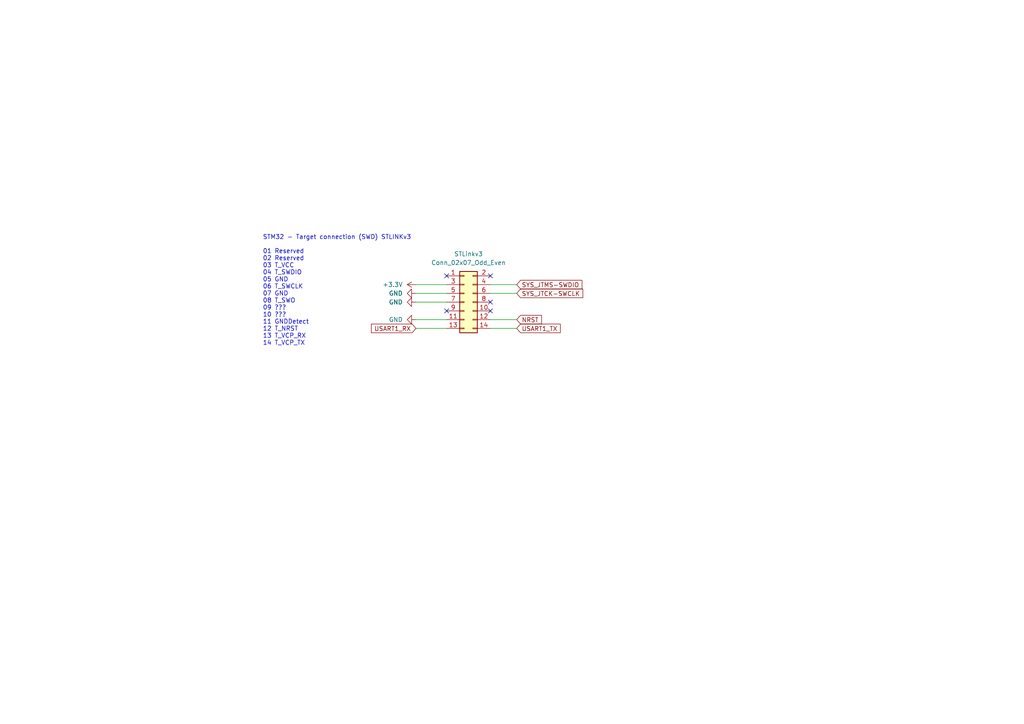
<source format=kicad_sch>
(kicad_sch (version 20211123) (generator eeschema)
  (paper "A4")
  (lib_symbols
    (symbol "Connector_Generic:Conn_02x07_Odd_Even" (pin_names (offset 1.016) hide)
      (property "Reference" "J" (at 1.27 10.16 0))
      (property "Value" "Conn_02x07_Odd_Even" (at 1.27 -10.16 0))
      (symbol "Conn_02x07_Odd_Even_1_1"
        (rectangle (start -1.27 -7.493) (end 0 -7.747) (stroke (width 0.1524)))
        (rectangle (start -1.27 -4.953) (end 0 -5.207) (stroke (width 0.1524)))
        (rectangle (start -1.27 -2.413) (end 0 -2.667) (stroke (width 0.1524)))
        (rectangle (start -1.27 0.127) (end 0 -0.127) (stroke (width 0.1524)))
        (rectangle (start -1.27 2.667) (end 0 2.413) (stroke (width 0.1524)))
        (rectangle (start -1.27 5.207) (end 0 4.953) (stroke (width 0.1524)))
        (rectangle (start -1.27 7.747) (end 0 7.493) (stroke (width 0.1524)))
        (rectangle (start -1.27 8.89) (end 3.81 -8.89) (stroke (width 0.254)) (fill (type background)))
        (rectangle (start 3.81 -7.493) (end 2.54 -7.747) (stroke (width 0.1524)))
        (rectangle (start 3.81 -4.953) (end 2.54 -5.207) (stroke (width 0.1524)))
        (rectangle (start 3.81 -2.413) (end 2.54 -2.667) (stroke (width 0.1524)))
        (rectangle (start 3.81 0.127) (end 2.54 -0.127) (stroke (width 0.1524)))
        (rectangle (start 3.81 2.667) (end 2.54 2.413) (stroke (width 0.1524)))
        (rectangle (start 3.81 5.207) (end 2.54 4.953) (stroke (width 0.1524)))
        (rectangle (start 3.81 7.747) (end 2.54 7.493) (stroke (width 0.1524)))
        (pin passive line (at -5.08 7.62 0) (length 3.81) (name "Pin_1") (number "1"))
        (pin passive line (at 7.62 -2.54 180) (length 3.81) (name "Pin_10") (number "10"))
        (pin passive line (at -5.08 -5.08 0) (length 3.81) (name "Pin_11") (number "11"))
        (pin passive line (at 7.62 -5.08 180) (length 3.81) (name "Pin_12") (number "12"))
        (pin passive line (at -5.08 -7.62 0) (length 3.81) (name "Pin_13") (number "13"))
        (pin passive line (at 7.62 -7.62 180) (length 3.81) (name "Pin_14") (number "14"))
        (pin passive line (at 7.62 7.62 180) (length 3.81) (name "Pin_2") (number "2"))
        (pin passive line (at -5.08 5.08 0) (length 3.81) (name "Pin_3") (number "3"))
        (pin passive line (at 7.62 5.08 180) (length 3.81) (name "Pin_4") (number "4"))
        (pin passive line (at -5.08 2.54 0) (length 3.81) (name "Pin_5") (number "5"))
        (pin passive line (at 7.62 2.54 180) (length 3.81) (name "Pin_6") (number "6"))
        (pin passive line (at -5.08 0 0) (length 3.81) (name "Pin_7") (number "7"))
        (pin passive line (at 7.62 0 180) (length 3.81) (name "Pin_8") (number "8"))
        (pin passive line (at -5.08 -2.54 0) (length 3.81) (name "Pin_9") (number "9"))
      )
    )
    (symbol "power:+3.3V" (power) (pin_names (offset 0))
      (property "Value" "+3.3V" (at 0 3.556 0))
      (symbol "+3.3V_0_1"
        (polyline (pts (xy -0.762 1.27) (xy 0 2.54)))
        (polyline (pts (xy 0 0) (xy 0 2.54)))
        (polyline (pts (xy 0 2.54) (xy 0.762 1.27)))
      )
      (symbol "+3.3V_1_1"
        (pin power_in line (at 0 0 90) (length 0) hide (name "+3.3V") (number "1"))
      )
    )
    (symbol "power:GND" (power) (pin_names (offset 0))
      (property "Value" "GND" (at 0 -3.81 0))
      (symbol "GND_0_1"
        (polyline (pts (xy 0 0) (xy 0 -1.27) (xy 1.27 -1.27) (xy 0 -2.54) (xy -1.27 -1.27) (xy 0 -1.27)))
      )
      (symbol "GND_1_1"
        (pin power_in line (at 0 0 270) (length 0) hide (name "GND") (number "1"))
      )
    )
  )
  (no_connect (at 142.24 87.63))
  (no_connect (at 142.24 80.01))
  (no_connect (at 129.54 80.01))
  (no_connect (at 129.54 90.17))
  (no_connect (at 142.24 90.17))
  (wire (pts (xy 120.65 95.25) (xy 129.54 95.25)))
  (wire (pts (xy 120.65 82.55) (xy 129.54 82.55)))
  (wire (pts (xy 142.24 95.25) (xy 149.86 95.25)))
  (wire (pts (xy 120.65 87.63) (xy 129.54 87.63)))
  (wire (pts (xy 142.24 92.71) (xy 149.86 92.71)))
  (wire (pts (xy 120.65 85.09) (xy 129.54 85.09)))
  (wire (pts (xy 120.65 92.71) (xy 129.54 92.71)))
  (wire (pts (xy 142.24 85.09) (xy 149.86 85.09)))
  (wire (pts (xy 142.24 82.55) (xy 149.86 82.55)))
  (text "STM32 - Target connection (SWD) STLINKv3\n\n01 Reserved\n02 Reserved\n03 T_VCC\n04 T_SWDIO\n05 GND\n06 T_SWCLK\n07 GND\n08 T_SWO\n09 ???\n10 ???\n11 GNDDetect\n12 T_NRST\n13 T_VCP_RX\n14 T_VCP_TX\n" (at 76.2 100.33 0) (effects (font (size 1.27 1.27)) (justify left bottom)))
  (global_label "USART1_RX" (shape input) (at 120.65 95.25 180) (property "Intersheet References" "${INTERSHEET_REFS}" (effects hide)))
  (global_label "NRST" (shape input) (at 149.86 92.71 0) (property "Intersheet References" "${INTERSHEET_REFS}" (effects hide)))
  (global_label "SYS_JTCK-SWCLK" (shape input) (at 149.86 85.09 0) (property "Intersheet References" "${INTERSHEET_REFS}" (effects hide)))
  (global_label "SYS_JTMS-SWDIO" (shape input) (at 149.86 82.55 0) (property "Intersheet References" "${INTERSHEET_REFS}" (effects hide)))
  (global_label "USART1_TX" (shape input) (at 149.86 95.25 0) (property "Intersheet References" "${INTERSHEET_REFS}" (effects hide)))
  (symbol (lib_id "power:GND") (at 120.65 85.09 270) (unit 1)
    (property "Reference" "#PWR0164" (effects hide))
    (property "Value" "GND" (at 116.84 85.0899 90) (effects (justify right)))
  )
  (symbol (lib_id "power:GND") (at 120.65 87.63 270) (unit 1)
    (property "Reference" "#PWR0162" (effects hide))
    (property "Value" "GND" (at 116.84 87.6299 90) (effects (justify right)))
  )
  (symbol (lib_id "power:GND") (at 120.65 92.71 270) (unit 1)
    (property "Reference" "#PWR0163" (effects hide))
    (property "Value" "GND" (at 116.84 92.7099 90) (effects (justify right)))
  )
  (symbol (lib_id "Connector_Generic:Conn_02x07_Odd_Even") (at 134.62 87.63 0) (unit 1)
    (property "Reference" "STLinkv3" (at 135.89 73.66 0))
    (property "Value" "Conn_02x07_Odd_Even" (at 135.89 76.2 0))
    (property "Footprint" "Connector_PinHeader_1.27mm:PinHeader_2x07_P1.27mm_Vertical_SMD" (effects hide))
  )
  (symbol (lib_id "power:+3.3V") (at 120.65 82.55 90) (unit 1)
    (property "Reference" "#PWR0165" (effects hide))
    (property "Value" "+3.3V" (at 116.84 82.5499 90) (effects (justify left)))
  )
)
</source>
